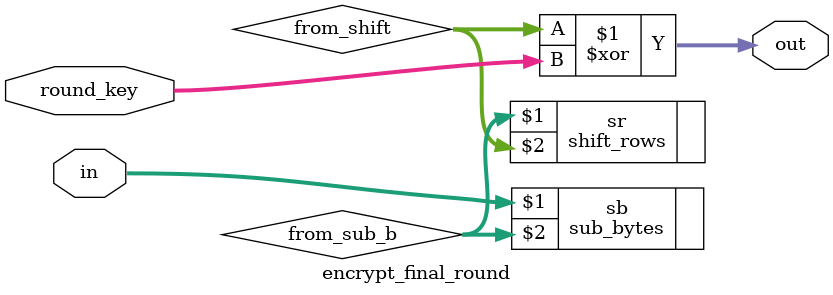
<source format=sv>
`timescale 1ns / 1ps


module encrypt_final_round(
    input [127:0] in,
    input [127:0] round_key,
    output [127:0] out
    );
    
    wire [127:0] from_sub_b;
    sub_bytes sb(in, from_sub_b);
    
    wire [127:0] from_shift;
    shift_rows sr(from_sub_b, from_shift);
    
    assign out = from_shift ^ round_key;

endmodule

</source>
